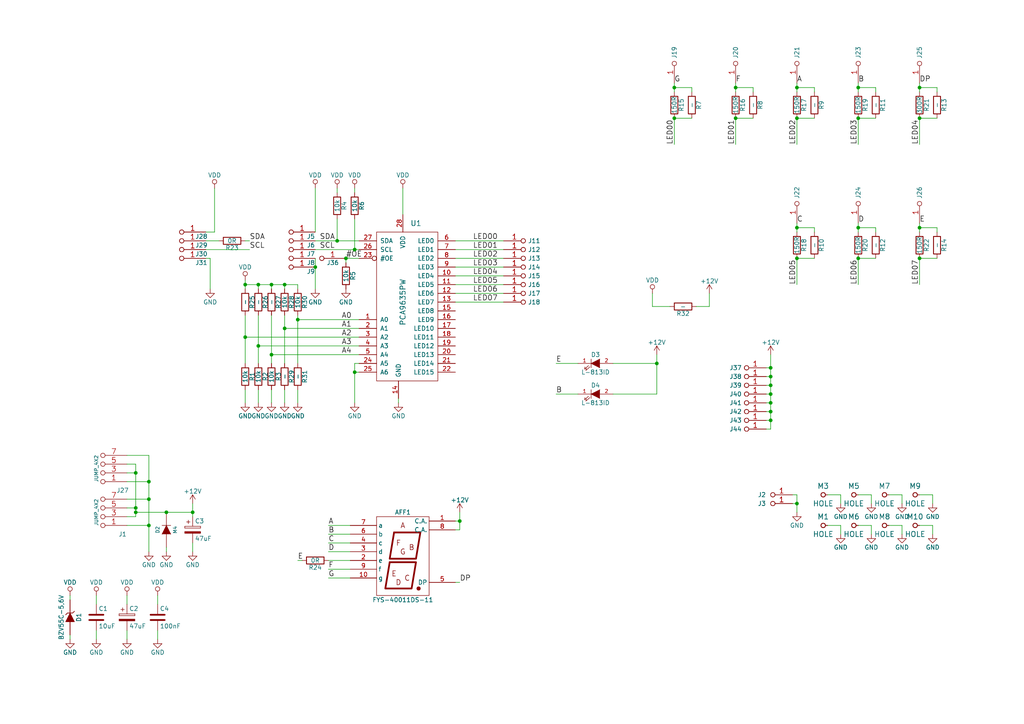
<source format=kicad_sch>
(kicad_sch (version 20230121) (generator eeschema)
  (paper "A4")
  (title_block (title "LED7SEG01A") (date "2023-09-17") (comment 1 "Seven segment LED display\\nsingle digit"))
  (lib_symbols
    (symbol "LED7SEG01-rescue:+12V" (power) (pin_names (offset 0))
      (property "Value" "+12V" (at 0 3.556 0))
      (symbol "+12V_1_1"
        (pin power_in line (at 0 0 90) (length 0) hide (name "+12V") (number "1"))
      )
    )
    (symbol "LED7SEG01-rescue:C" (pin_numbers hide) (pin_names (offset 0.254))
      (property "Reference" "C" (at 0.635 2.54 0))
      (property "Value" "C" (at 0.635 -2.54 0))
      (symbol "C_1_1"
        (pin passive line (at 0 3.81 270) (length 2.794) (name "~") (number "1"))
        (pin passive line (at 0 -3.81 90) (length 2.794) (name "~") (number "2"))
      )
    )
    (symbol "LED7SEG01-rescue:CONN1_1" (pin_names (offset 1.016) hide)
      (property "Reference" "J" (at 1.27 1.27 0))
      (symbol "CONN1_1_1_1"
        (pin passive inverted (at -7.62 1.27 0) (length 6.35) (name "P1") (number "1"))
      )
    )
    (symbol "LED7SEG01-rescue:CP" (pin_numbers hide) (pin_names (offset 0.254))
      (property "Reference" "C" (at 0.635 2.54 0))
      (property "Value" "CP" (at 0.635 -2.54 0))
      (symbol "CP_1_1"
        (pin passive line (at 0 3.81 270) (length 2.794) (name "~") (number "1"))
        (pin passive line (at 0 -3.81 90) (length 2.794) (name "~") (number "2"))
      )
    )
    (symbol "LED7SEG01-rescue:DIODE" (pin_numbers hide) (pin_names (offset 1.016) hide)
      (property "Reference" "D" (at 0 2.54 0))
      (property "Value" "DIODE" (at 0 -2.54 0))
      (symbol "DIODE_1_1"
        (pin passive line (at -5.08 0 0) (length 3.81) (name "A") (number "1"))
        (pin passive line (at 5.08 0 180) (length 3.81) (name "K") (number "2"))
      )
    )
    (symbol "LED7SEG01-rescue:D_ZENER" (pin_numbers hide) (pin_names (offset 1.016) hide)
      (property "Reference" "D" (at 0 2.54 0))
      (property "Value" "D_ZENER" (at 0 -2.54 0))
      (symbol "D_ZENER_1_1"
        (pin passive line (at 5.08 0 180) (length 3.81) (name "A") (number "1"))
        (pin passive line (at -5.08 0 0) (length 3.81) (name "K") (number "2"))
      )
    )
    (symbol "LED7SEG01-rescue:FYS-40011DS-11"
      (property "Reference" "AFF" (at 0 13.97 0))
      (property "Value" "FYS-40011DS-11" (at 0 -11.43 0))
      (symbol "FYS-40011DS-11_0_0"
        (text "A" (at 0 10.16 0) (effects (font (size 1.524 1.524))))
        (text "B" (at 2.54 3.81 0) (effects (font (size 1.524 1.524))))
        (text "C" (at 1.27 -5.08 0) (effects (font (size 1.524 1.524))))
        (text "D" (at -1.27 -6.35 0) (effects (font (size 1.524 1.524))))
        (text "E" (at -2.54 -3.81 0) (effects (font (size 1.524 1.524))))
        (text "F" (at -1.27 5.08 0) (effects (font (size 1.524 1.524))))
        (text "G" (at 0 2.54 0) (effects (font (size 1.524 1.524))))
      )
      (symbol "FYS-40011DS-11_1_1"
        (pin input line (at 15.24 11.43 180) (length 7.62) (name "C.A.") (number "1"))
        (pin input line (at -15.24 -5.08 0) (length 7.62) (name "g") (number "10"))
        (pin input line (at -15.24 0 0) (length 7.62) (name "e") (number "2"))
        (pin input line (at -15.24 2.54 0) (length 7.62) (name "d") (number "3"))
        (pin input line (at -15.24 5.08 0) (length 7.62) (name "c") (number "4"))
        (pin input line (at 15.24 -6.35 180) (length 7.62) (name "DP") (number "5"))
        (pin input line (at -15.24 7.62 0) (length 7.62) (name "b") (number "6"))
        (pin input line (at -15.24 10.16 0) (length 7.62) (name "a") (number "7"))
        (pin input line (at 15.24 8.89 180) (length 7.62) (name "C.A.") (number "8"))
        (pin input line (at -15.24 -2.54 0) (length 7.62) (name "f") (number "9"))
      )
    )
    (symbol "LED7SEG01-rescue:GND" (power) (pin_names (offset 0))
      (property "Value" "GND" (at 0 -3.81 0))
      (symbol "GND_1_1"
        (pin power_in line (at 0 0 270) (length 0) hide (name "GND") (number "1"))
      )
    )
    (symbol "LED7SEG01-rescue:HOLE" (pin_numbers hide) (pin_names (offset 1.016) hide)
      (property "Reference" "M" (at 0 2.54 0))
      (property "Value" "HOLE" (at 0 -2.54 0))
      (symbol "HOLE_1_1"
        (pin input line (at 1.27 0 180) (length 0.635) (name "~") (number "1"))
      )
    )
    (symbol "LED7SEG01-rescue:JUMP_2x1" (pin_names (offset 1.016) hide)
      (property "Reference" "J" (at -8.89 5.08 0))
      (symbol "JUMP_2x1_1_1"
        (pin passive inverted (at -10.16 3.81 0) (length 7.62) (name "1") (number "1"))
        (pin passive inverted (at -10.16 3.81 0) (length 7.62) hide (name "1") (number "2"))
      )
    )
    (symbol "LED7SEG01-rescue:JUMP_4X2" (pin_names (offset 1.016) hide)
      (property "Reference" "J" (at -8.89 6.35 0))
      (property "Value" "JUMP_4X2" (at -1.27 0 90))
      (symbol "JUMP_4X2_1_1"
        (pin passive inverted (at -10.16 3.81 0) (length 7.62) (name "2") (number "1"))
        (pin passive inverted (at -10.16 3.81 0) (length 7.62) hide (name "2") (number "2"))
        (pin passive inverted (at -10.16 1.27 0) (length 7.62) (name "4") (number "3"))
        (pin passive inverted (at -10.16 1.27 0) (length 7.62) hide (name "4") (number "4"))
        (pin passive inverted (at -10.16 -1.27 0) (length 7.62) (name "5") (number "5"))
        (pin passive inverted (at -10.16 -1.27 0) (length 7.62) hide (name "5") (number "6"))
        (pin passive inverted (at -10.16 -3.81 0) (length 7.62) (name "8") (number "7"))
        (pin passive inverted (at -10.16 -3.81 0) (length 7.62) hide (name "8") (number "8"))
      )
    )
    (symbol "LED7SEG01-rescue:LED" (pin_names (offset 1.016) hide)
      (property "Reference" "D" (at 0 2.54 0))
      (property "Value" "LED" (at 0 -2.54 0))
      (symbol "LED_1_1"
        (pin passive line (at -5.08 0 0) (length 3.81) (name "K") (number "1"))
        (pin passive line (at 5.08 0 180) (length 3.81) (name "A") (number "2"))
      )
    )
    (symbol "LED7SEG01-rescue:PCA9635PW" (pin_names (offset 1.016))
      (property "Reference" "U" (at 2.54 24.13 0))
      (property "Value" "PCA9635PW" (at -1.27 1.27 90))
      (symbol "PCA9635PW_1_1"
        (pin unspecified line (at -13.97 -3.81 0) (length 5.08) (name "A0") (number "1"))
        (pin unspecified line (at 13.97 8.89 180) (length 5.08) (name "LED4") (number "10"))
        (pin unspecified line (at 13.97 6.35 180) (length 5.08) (name "LED5") (number "11"))
        (pin unspecified line (at 13.97 3.81 180) (length 5.08) (name "LED6") (number "12"))
        (pin unspecified line (at 13.97 1.27 180) (length 5.08) (name "LED7") (number "13"))
        (pin unspecified line (at -2.54 -26.67 90) (length 5.08) (name "GND") (number "14"))
        (pin unspecified line (at 13.97 -1.27 180) (length 5.08) (name "LED8") (number "15"))
        (pin unspecified line (at 13.97 -3.81 180) (length 5.08) (name "LED9") (number "16"))
        (pin unspecified line (at 13.97 -6.35 180) (length 5.08) (name "LED10") (number "17"))
        (pin unspecified line (at 13.97 -8.89 180) (length 5.08) (name "LED11") (number "18"))
        (pin unspecified line (at 13.97 -11.43 180) (length 5.08) (name "LED12") (number "19"))
        (pin unspecified line (at -13.97 -6.35 0) (length 5.08) (name "A1") (number "2"))
        (pin unspecified line (at 13.97 -13.97 180) (length 5.08) (name "LED13") (number "20"))
        (pin unspecified line (at 13.97 -16.51 180) (length 5.08) (name "LED14") (number "21"))
        (pin unspecified line (at 13.97 -19.05 180) (length 5.08) (name "LED15") (number "22"))
        (pin unspecified inverted (at -13.97 13.97 0) (length 5.08) (name "#OE") (number "23"))
        (pin unspecified line (at -13.97 -16.51 0) (length 5.08) (name "A5") (number "24"))
        (pin unspecified line (at -13.97 -19.05 0) (length 5.08) (name "A6") (number "25"))
        (pin unspecified line (at -13.97 16.51 0) (length 5.08) (name "SCL") (number "26"))
        (pin unspecified line (at -13.97 19.05 0) (length 5.08) (name "SDA") (number "27"))
        (pin unspecified line (at -1.27 26.67 270) (length 5.08) (name "VDD") (number "28"))
        (pin unspecified line (at -13.97 -8.89 0) (length 5.08) (name "A2") (number "3"))
        (pin unspecified line (at -13.97 -11.43 0) (length 5.08) (name "A3") (number "4"))
        (pin unspecified line (at -13.97 -13.97 0) (length 5.08) (name "A4") (number "5"))
        (pin unspecified line (at 13.97 19.05 180) (length 5.08) (name "LED0") (number "6"))
        (pin unspecified line (at 13.97 16.51 180) (length 5.08) (name "LED1") (number "7"))
        (pin unspecified line (at 13.97 13.97 180) (length 5.08) (name "LED2") (number "8"))
        (pin unspecified line (at 13.97 11.43 180) (length 5.08) (name "LED3") (number "9"))
      )
    )
    (symbol "LED7SEG01-rescue:R" (pin_numbers hide) (pin_names (offset 0))
      (property "Reference" "R" (at 2.032 0 90))
      (property "Value" "R" (at 0 0 90))
      (symbol "R_1_1"
        (pin passive line (at 0 3.81 270) (length 1.27) (name "~") (number "1"))
        (pin passive line (at 0 -3.81 90) (length 1.27) (name "~") (number "2"))
      )
    )
    (symbol "LED7SEG01-rescue:VDD" (power) (pin_names (offset 0))
      (property "Value" "VDD" (at 0 3.81 0))
      (symbol "VDD_1_1"
        (pin power_in line (at 0 0 90) (length 0) hide (name "VDD") (number "1"))
      )
    )
  )
  (junction (at 266.7 74.93))
  (junction (at 55.88 148.59))
  (junction (at 71.12 97.79))
  (junction (at 213.36 34.29))
  (junction (at 43.18 139.7))
  (junction (at 39.37 147.32))
  (junction (at 78.74 82.55))
  (junction (at 82.55 82.55))
  (junction (at 223.52 116.84))
  (junction (at 39.37 137.16))
  (junction (at 133.35 151.13))
  (junction (at 195.58 25.4))
  (junction (at 266.7 66.04))
  (junction (at 248.92 74.93))
  (junction (at 248.92 66.04))
  (junction (at 231.14 34.29))
  (junction (at 266.7 34.29))
  (junction (at 102.87 107.95))
  (junction (at 248.92 25.4))
  (junction (at 213.36 25.4))
  (junction (at 48.26 148.59))
  (junction (at 43.18 152.4))
  (junction (at 102.87 72.39))
  (junction (at 74.93 82.55))
  (junction (at 97.79 69.85))
  (junction (at 190.5 105.41))
  (junction (at 78.74 102.87))
  (junction (at 223.52 109.22))
  (junction (at 223.52 106.68))
  (junction (at 223.52 111.76))
  (junction (at 71.12 82.55))
  (junction (at 39.37 148.59))
  (junction (at 223.52 114.3))
  (junction (at 231.14 66.04))
  (junction (at 195.58 34.29))
  (junction (at 91.44 77.47))
  (junction (at 248.92 34.29))
  (junction (at 223.52 119.38))
  (junction (at 43.18 144.78))
  (junction (at 86.36 92.71))
  (junction (at 223.52 121.92))
  (junction (at 100.33 74.93))
  (junction (at 74.93 100.33))
  (junction (at 82.55 95.25))
  (junction (at 231.14 146.05))
  (junction (at 231.14 74.93))
  (junction (at 231.14 25.4))
  (junction (at 266.7 25.4))
  (wire (pts (xy 74.93 82.55) (xy 78.74 82.55)))
  (wire (pts (xy 86.36 82.55) (xy 86.36 83.82)))
  (wire (pts (xy 45.72 185.42) (xy 45.72 182.88)))
  (wire (pts (xy 257.81 143.51) (xy 261.62 143.51)))
  (wire (pts (xy 229.87 146.05) (xy 231.14 146.05)))
  (wire (pts (xy 115.57 116.84) (xy 115.57 115.57)))
  (wire (pts (xy 266.7 67.31) (xy 266.7 66.04)))
  (wire (pts (xy 189.23 88.9) (xy 194.31 88.9)))
  (wire (pts (xy 59.69 67.31) (xy 62.23 67.31)))
  (wire (pts (xy 231.14 26.67) (xy 231.14 25.4)))
  (wire (pts (xy 104.14 107.95) (xy 102.87 107.95)))
  (wire (pts (xy 97.79 63.5) (xy 97.79 69.85)))
  (wire (pts (xy 248.92 25.4) (xy 254 25.4)))
  (wire (pts (xy 39.37 149.86) (xy 36.83 149.86)))
  (wire (pts (xy 248.92 74.93) (xy 254 74.93)))
  (wire (pts (xy 91.44 72.39) (xy 102.87 72.39)))
  (wire (pts (xy 222.25 121.92) (xy 223.52 121.92)))
  (wire (pts (xy 97.79 55.88) (xy 97.79 54.61)))
  (wire (pts (xy 74.93 91.44) (xy 74.93 100.33)))
  (wire (pts (xy 270.51 143.51) (xy 270.51 146.05)))
  (wire (pts (xy 82.55 95.25) (xy 82.55 105.41)))
  (wire (pts (xy 71.12 91.44) (xy 71.12 97.79)))
  (wire (pts (xy 248.92 66.04) (xy 248.92 64.77)))
  (wire (pts (xy 132.08 168.91) (xy 133.35 168.91)))
  (wire (pts (xy 104.14 92.71) (xy 86.36 92.71)))
  (wire (pts (xy 248.92 66.04) (xy 254 66.04)))
  (wire (pts (xy 177.8 114.3) (xy 190.5 114.3)))
  (wire (pts (xy 87.63 162.56) (xy 86.36 162.56)))
  (wire (pts (xy 195.58 34.29) (xy 200.66 34.29)))
  (wire (pts (xy 223.52 114.3) (xy 223.52 111.76)))
  (wire (pts (xy 36.83 185.42) (xy 36.83 182.88)))
  (wire (pts (xy 213.36 25.4) (xy 213.36 24.13)))
  (wire (pts (xy 95.25 160.02) (xy 101.6 160.02)))
  (wire (pts (xy 95.25 167.64) (xy 101.6 167.64)))
  (wire (pts (xy 95.25 165.1) (xy 101.6 165.1)))
  (wire (pts (xy 261.62 152.4) (xy 261.62 154.94)))
  (wire (pts (xy 132.08 82.55) (xy 146.05 82.55)))
  (wire (pts (xy 43.18 144.78) (xy 43.18 152.4)))
  (wire (pts (xy 59.69 74.93) (xy 60.96 74.93)))
  (wire (pts (xy 177.8 105.41) (xy 190.5 105.41)))
  (wire (pts (xy 74.93 100.33) (xy 74.93 105.41)))
  (wire (pts (xy 266.7 152.4) (xy 270.51 152.4)))
  (wire (pts (xy 190.5 114.3) (xy 190.5 105.41)))
  (wire (pts (xy 201.93 88.9) (xy 205.74 88.9)))
  (wire (pts (xy 231.14 146.05) (xy 231.14 148.59)))
  (wire (pts (xy 248.92 74.93) (xy 248.92 82.55)))
  (wire (pts (xy 78.74 102.87) (xy 104.14 102.87)))
  (wire (pts (xy 222.25 119.38) (xy 223.52 119.38)))
  (wire (pts (xy 132.08 85.09) (xy 146.05 85.09)))
  (wire (pts (xy 132.08 77.47) (xy 146.05 77.47)))
  (wire (pts (xy 243.84 143.51) (xy 243.84 146.05)))
  (wire (pts (xy 55.88 148.59) (xy 55.88 149.86)))
  (wire (pts (xy 43.18 139.7) (xy 43.18 144.78)))
  (wire (pts (xy 86.36 92.71) (xy 86.36 105.41)))
  (wire (pts (xy 266.7 74.93) (xy 266.7 82.55)))
  (wire (pts (xy 39.37 147.32) (xy 39.37 148.59)))
  (wire (pts (xy 222.25 114.3) (xy 223.52 114.3)))
  (wire (pts (xy 231.14 66.04) (xy 236.22 66.04)))
  (wire (pts (xy 95.25 154.94) (xy 101.6 154.94)))
  (wire (pts (xy 71.12 69.85) (xy 72.39 69.85)))
  (wire (pts (xy 86.36 91.44) (xy 86.36 92.71)))
  (wire (pts (xy 222.25 111.76) (xy 223.52 111.76)))
  (wire (pts (xy 36.83 152.4) (xy 43.18 152.4)))
  (wire (pts (xy 205.74 88.9) (xy 205.74 85.09)))
  (wire (pts (xy 36.83 175.26) (xy 36.83 172.72)))
  (wire (pts (xy 36.83 144.78) (xy 43.18 144.78)))
  (wire (pts (xy 248.92 26.67) (xy 248.92 25.4)))
  (wire (pts (xy 231.14 74.93) (xy 236.22 74.93)))
  (wire (pts (xy 243.84 152.4) (xy 243.84 154.94)))
  (wire (pts (xy 213.36 34.29) (xy 218.44 34.29)))
  (wire (pts (xy 266.7 34.29) (xy 271.78 34.29)))
  (wire (pts (xy 95.25 162.56) (xy 101.6 162.56)))
  (wire (pts (xy 132.08 80.01) (xy 146.05 80.01)))
  (wire (pts (xy 102.87 105.41) (xy 102.87 107.95)))
  (wire (pts (xy 248.92 34.29) (xy 248.92 41.91)))
  (wire (pts (xy 82.55 116.84) (xy 82.55 113.03)))
  (wire (pts (xy 45.72 175.26) (xy 45.72 172.72)))
  (wire (pts (xy 223.52 124.46) (xy 223.52 121.92)))
  (wire (pts (xy 74.93 83.82) (xy 74.93 82.55)))
  (wire (pts (xy 213.36 25.4) (xy 218.44 25.4)))
  (wire (pts (xy 248.92 25.4) (xy 248.92 24.13)))
  (wire (pts (xy 91.44 67.31) (xy 91.44 54.61)))
  (wire (pts (xy 222.25 106.68) (xy 223.52 106.68)))
  (wire (pts (xy 195.58 25.4) (xy 195.58 24.13)))
  (wire (pts (xy 231.14 34.29) (xy 231.14 41.91)))
  (wire (pts (xy 231.14 34.29) (xy 236.22 34.29)))
  (wire (pts (xy 78.74 91.44) (xy 78.74 102.87)))
  (wire (pts (xy 27.94 175.26) (xy 27.94 172.72)))
  (wire (pts (xy 71.12 97.79) (xy 71.12 105.41)))
  (wire (pts (xy 39.37 148.59) (xy 39.37 149.86)))
  (wire (pts (xy 20.32 173.99) (xy 20.32 172.72)))
  (wire (pts (xy 78.74 116.84) (xy 78.74 113.03)))
  (wire (pts (xy 195.58 25.4) (xy 200.66 25.4)))
  (wire (pts (xy 55.88 157.48) (xy 55.88 160.02)))
  (wire (pts (xy 252.73 152.4) (xy 252.73 154.94)))
  (wire (pts (xy 86.36 116.84) (xy 86.36 113.03)))
  (wire (pts (xy 167.64 114.3) (xy 161.29 114.3)))
  (wire (pts (xy 271.78 25.4) (xy 271.78 26.67)))
  (wire (pts (xy 36.83 147.32) (xy 39.37 147.32)))
  (wire (pts (xy 231.14 25.4) (xy 231.14 24.13)))
  (wire (pts (xy 213.36 34.29) (xy 213.36 41.91)))
  (wire (pts (xy 132.08 151.13) (xy 133.35 151.13)))
  (wire (pts (xy 189.23 88.9) (xy 189.23 85.09)))
  (wire (pts (xy 231.14 143.51) (xy 231.14 146.05)))
  (wire (pts (xy 231.14 25.4) (xy 236.22 25.4)))
  (wire (pts (xy 39.37 134.62) (xy 39.37 137.16)))
  (wire (pts (xy 97.79 69.85) (xy 104.14 69.85)))
  (wire (pts (xy 223.52 119.38) (xy 223.52 116.84)))
  (wire (pts (xy 91.44 77.47) (xy 91.44 83.82)))
  (wire (pts (xy 229.87 143.51) (xy 231.14 143.51)))
  (wire (pts (xy 223.52 116.84) (xy 223.52 114.3)))
  (wire (pts (xy 133.35 153.67) (xy 132.08 153.67)))
  (wire (pts (xy 266.7 74.93) (xy 271.78 74.93)))
  (wire (pts (xy 266.7 25.4) (xy 266.7 24.13)))
  (wire (pts (xy 271.78 66.04) (xy 271.78 67.31)))
  (wire (pts (xy 59.69 72.39) (xy 72.39 72.39)))
  (wire (pts (xy 71.12 82.55) (xy 71.12 83.82)))
  (wire (pts (xy 266.7 25.4) (xy 271.78 25.4)))
  (wire (pts (xy 74.93 116.84) (xy 74.93 113.03)))
  (wire (pts (xy 195.58 26.67) (xy 195.58 25.4)))
  (wire (pts (xy 266.7 34.29) (xy 266.7 41.91)))
  (wire (pts (xy 55.88 146.05) (xy 55.88 148.59)))
  (wire (pts (xy 39.37 137.16) (xy 39.37 147.32)))
  (wire (pts (xy 43.18 152.4) (xy 43.18 160.02)))
  (wire (pts (xy 91.44 69.85) (xy 97.79 69.85)))
  (wire (pts (xy 95.25 152.4) (xy 101.6 152.4)))
  (wire (pts (xy 132.08 69.85) (xy 146.05 69.85)))
  (wire (pts (xy 48.26 158.75) (xy 48.26 160.02)))
  (wire (pts (xy 78.74 83.82) (xy 78.74 82.55)))
  (wire (pts (xy 261.62 143.51) (xy 261.62 146.05)))
  (wire (pts (xy 48.26 148.59) (xy 55.88 148.59)))
  (wire (pts (xy 254 25.4) (xy 254 26.67)))
  (wire (pts (xy 236.22 66.04) (xy 236.22 67.31)))
  (wire (pts (xy 132.08 72.39) (xy 146.05 72.39)))
  (wire (pts (xy 102.87 72.39) (xy 104.14 72.39)))
  (wire (pts (xy 95.25 157.48) (xy 101.6 157.48)))
  (wire (pts (xy 222.25 109.22) (xy 223.52 109.22)))
  (wire (pts (xy 43.18 132.08) (xy 43.18 139.7)))
  (wire (pts (xy 36.83 139.7) (xy 43.18 139.7)))
  (wire (pts (xy 102.87 107.95) (xy 102.87 116.84)))
  (wire (pts (xy 240.03 152.4) (xy 243.84 152.4)))
  (wire (pts (xy 104.14 105.41) (xy 102.87 105.41)))
  (wire (pts (xy 167.64 105.41) (xy 161.29 105.41)))
  (wire (pts (xy 27.94 185.42) (xy 27.94 182.88)))
  (wire (pts (xy 195.58 34.29) (xy 195.58 41.91)))
  (wire (pts (xy 78.74 102.87) (xy 78.74 105.41)))
  (wire (pts (xy 62.23 67.31) (xy 62.23 54.61)))
  (wire (pts (xy 266.7 66.04) (xy 266.7 64.77)))
  (wire (pts (xy 248.92 143.51) (xy 252.73 143.51)))
  (wire (pts (xy 223.52 106.68) (xy 223.52 102.87)))
  (wire (pts (xy 78.74 82.55) (xy 82.55 82.55)))
  (wire (pts (xy 257.81 152.4) (xy 261.62 152.4)))
  (wire (pts (xy 116.84 54.61) (xy 116.84 62.23)))
  (wire (pts (xy 248.92 152.4) (xy 252.73 152.4)))
  (wire (pts (xy 200.66 25.4) (xy 200.66 26.67)))
  (wire (pts (xy 248.92 67.31) (xy 248.92 66.04)))
  (wire (pts (xy 91.44 74.93) (xy 91.44 77.47)))
  (wire (pts (xy 231.14 74.93) (xy 231.14 82.55)))
  (wire (pts (xy 190.5 105.41) (xy 190.5 102.87)))
  (wire (pts (xy 20.32 185.42) (xy 20.32 184.15)))
  (wire (pts (xy 100.33 74.93) (xy 104.14 74.93)))
  (wire (pts (xy 223.52 121.92) (xy 223.52 119.38)))
  (wire (pts (xy 36.83 137.16) (xy 39.37 137.16)))
  (wire (pts (xy 133.35 151.13) (xy 133.35 153.67)))
  (wire (pts (xy 82.55 82.55) (xy 86.36 82.55)))
  (wire (pts (xy 218.44 25.4) (xy 218.44 26.67)))
  (wire (pts (xy 104.14 97.79) (xy 71.12 97.79)))
  (wire (pts (xy 223.52 109.22) (xy 223.52 106.68)))
  (wire (pts (xy 100.33 76.2) (xy 100.33 74.93)))
  (wire (pts (xy 222.25 116.84) (xy 223.52 116.84)))
  (wire (pts (xy 71.12 81.28) (xy 71.12 82.55)))
  (wire (pts (xy 71.12 82.55) (xy 74.93 82.55)))
  (wire (pts (xy 133.35 148.59) (xy 133.35 151.13)))
  (wire (pts (xy 223.52 111.76) (xy 223.52 109.22)))
  (wire (pts (xy 248.92 34.29) (xy 254 34.29)))
  (wire (pts (xy 82.55 91.44) (xy 82.55 95.25)))
  (wire (pts (xy 231.14 67.31) (xy 231.14 66.04)))
  (wire (pts (xy 102.87 63.5) (xy 102.87 72.39)))
  (wire (pts (xy 71.12 116.84) (xy 71.12 113.03)))
  (wire (pts (xy 213.36 26.67) (xy 213.36 25.4)))
  (wire (pts (xy 39.37 148.59) (xy 48.26 148.59)))
  (wire (pts (xy 254 66.04) (xy 254 67.31)))
  (wire (pts (xy 231.14 66.04) (xy 231.14 64.77)))
  (wire (pts (xy 236.22 25.4) (xy 236.22 26.67)))
  (wire (pts (xy 74.93 100.33) (xy 104.14 100.33)))
  (wire (pts (xy 82.55 83.82) (xy 82.55 82.55)))
  (wire (pts (xy 266.7 26.67) (xy 266.7 25.4)))
  (wire (pts (xy 102.87 55.88) (xy 102.87 54.61)))
  (wire (pts (xy 252.73 143.51) (xy 252.73 146.05)))
  (wire (pts (xy 266.7 143.51) (xy 270.51 143.51)))
  (wire (pts (xy 36.83 134.62) (xy 39.37 134.62)))
  (wire (pts (xy 36.83 132.08) (xy 43.18 132.08)))
  (wire (pts (xy 222.25 124.46) (xy 223.52 124.46)))
  (wire (pts (xy 132.08 74.93) (xy 146.05 74.93)))
  (wire (pts (xy 270.51 152.4) (xy 270.51 154.94)))
  (wire (pts (xy 104.14 95.25) (xy 82.55 95.25)))
  (wire (pts (xy 240.03 143.51) (xy 243.84 143.51)))
  (wire (pts (xy 60.96 74.93) (xy 60.96 83.82)))
  (wire (pts (xy 132.08 87.63) (xy 146.05 87.63)))
  (wire (pts (xy 59.69 69.85) (xy 63.5 69.85)))
  (wire (pts (xy 266.7 66.04) (xy 271.78 66.04)))
  (label "A1" (at 99.06 95.25 0) (effects (font (size 1.524 1.524))))
  (label "LED02" (at 231.14 41.91 90) (effects (font (size 1.524 1.524))))
  (label "E" (at 86.36 162.56 0) (effects (font (size 1.524 1.524))))
  (label "G" (at 195.58 24.13 0) (effects (font (size 1.524 1.524))))
  (label "A0" (at 99.06 92.71 0) (effects (font (size 1.524 1.524))))
  (label "SDA" (at 92.71 69.85 0) (effects (font (size 1.524 1.524))))
  (label "A2" (at 99.06 97.79 0) (effects (font (size 1.524 1.524))))
  (label "A4" (at 99.06 102.87 0) (effects (font (size 1.524 1.524))))
  (label "B" (at 161.29 114.3 0) (effects (font (size 1.524 1.524))))
  (label "F" (at 213.36 24.13 0) (effects (font (size 1.524 1.524))))
  (label "F" (at 95.25 165.1 0) (effects (font (size 1.524 1.524))))
  (label "SDA" (at 72.39 69.85 0) (effects (font (size 1.524 1.524))))
  (label "LED04" (at 266.7 41.91 90) (effects (font (size 1.524 1.524))))
  (label "E" (at 161.29 105.41 0) (effects (font (size 1.524 1.524))))
  (label "B" (at 95.25 154.94 0) (effects (font (size 1.524 1.524))))
  (label "B" (at 248.92 24.13 0) (effects (font (size 1.524 1.524))))
  (label "LED06" (at 137.16 85.09 0) (effects (font (size 1.524 1.524))))
  (label "LED04" (at 137.16 80.01 0) (effects (font (size 1.524 1.524))))
  (label "A3" (at 99.06 100.33 0) (effects (font (size 1.524 1.524))))
  (label "C" (at 95.25 157.48 0) (effects (font (size 1.524 1.524))))
  (label "A" (at 95.25 152.4 0) (effects (font (size 1.524 1.524))))
  (label "LED07" (at 137.16 87.63 0) (effects (font (size 1.524 1.524))))
  (label "LED05" (at 231.14 82.55 90) (effects (font (size 1.524 1.524))))
  (label "LED01" (at 137.16 72.39 0) (effects (font (size 1.524 1.524))))
  (label "LED02" (at 137.16 74.93 0) (effects (font (size 1.524 1.524))))
  (label "LED07" (at 266.7 82.55 90) (effects (font (size 1.524 1.524))))
  (label "E" (at 266.7 64.77 0) (effects (font (size 1.524 1.524))))
  (label "LED00" (at 137.16 69.85 0) (effects (font (size 1.524 1.524))))
  (label "G" (at 95.25 167.64 0) (effects (font (size 1.524 1.524))))
  (label "LED05" (at 137.16 82.55 0) (effects (font (size 1.524 1.524))))
  (label "LED00" (at 195.58 41.91 90) (effects (font (size 1.524 1.524))))
  (label "LED01" (at 213.36 41.91 90) (effects (font (size 1.524 1.524))))
  (label "C" (at 231.14 64.77 0) (effects (font (size 1.524 1.524))))
  (label "SCL" (at 72.39 72.39 0) (effects (font (size 1.524 1.524))))
  (label "LED06" (at 248.92 82.55 90) (effects (font (size 1.524 1.524))))
  (label "D" (at 95.25 160.02 0) (effects (font (size 1.524 1.524))))
  (label "#OE" (at 100.33 74.93 0) (effects (font (size 1.524 1.524))))
  (label "LED03" (at 137.16 77.47 0) (effects (font (size 1.524 1.524))))
  (label "SCL" (at 92.71 72.39 0) (effects (font (size 1.524 1.524))))
  (label "D" (at 248.92 64.77 0) (effects (font (size 1.524 1.524))))
  (label "DP" (at 133.35 168.91 0) (effects (font (size 1.524 1.524))))
  (label "DP" (at 266.7 24.13 0) (effects (font (size 1.524 1.524))))
  (label "LED03" (at 248.92 41.91 90) (effects (font (size 1.524 1.524))))
  (label "A" (at 231.14 24.13 0) (effects (font (size 1.524 1.524))))
  (symbol (lib_id "LED7SEG01-rescue:R") (at 97.79 59.69 0) (unit 1)
    (property "Reference" "R4" (at 99.822 59.69 90))
    (property "Value" "10k" (at 97.79 59.69 90))
    (property "Footprint" "Mlab_R:SMD-0805" (effects hide))
  )
  (symbol (lib_id "LED7SEG01-rescue:R") (at 102.87 59.69 0) (unit 1)
    (property "Reference" "R6" (at 104.902 59.69 90))
    (property "Value" "10k" (at 102.87 59.69 90))
    (property "Footprint" "Mlab_R:SMD-0805" (effects hide))
  )
  (symbol (lib_id "LED7SEG01-rescue:R") (at 100.33 80.01 0) (unit 1)
    (property "Reference" "R5" (at 102.362 80.01 90))
    (property "Value" "10k" (at 100.33 80.01 90))
    (property "Footprint" "Mlab_R:SMD-0805" (effects hide))
  )
  (symbol (lib_id "LED7SEG01-rescue:C") (at 45.72 179.07 0) (unit 1)
    (property "Reference" "C4" (at 46.355 176.53 0) (effects (justify left)))
    (property "Value" "100nF" (at 46.355 181.61 0) (effects (justify left)))
    (property "Footprint" "Mlab_R:SMD-0805" (effects hide))
  )
  (symbol (lib_id "LED7SEG01-rescue:C") (at 27.94 179.07 0) (unit 1)
    (property "Reference" "C1" (at 28.575 176.53 0) (effects (justify left)))
    (property "Value" "10uF" (at 28.575 181.61 0) (effects (justify left)))
    (property "Footprint" "Mlab_R:SMD-0805" (effects hide))
  )
  (symbol (lib_id "LED7SEG01-rescue:CP") (at 36.83 179.07 0) (unit 1)
    (property "Reference" "C2" (at 37.465 176.53 0) (effects (justify left)))
    (property "Value" "47uF" (at 37.465 181.61 0) (effects (justify left)))
    (property "Footprint" "Mlab_C:TantalC_SizeC_Reflow" (effects hide))
  )
  (symbol (lib_id "LED7SEG01-rescue:PCA9635PW") (at 118.11 88.9 0) (unit 1)
    (property "Reference" "U1" (at 120.65 64.77 0) (effects (font (size 1.524 1.524))))
    (property "Value" "PCA9635PW" (at 116.84 87.63 90) (effects (font (size 1.524 1.524))))
    (property "Footprint" "Mlab_IO:TSSOP28" (effects hide))
  )
  (symbol (lib_id "LED7SEG01-rescue:FYS-40011DS-11") (at 116.84 162.56 0) (unit 1)
    (property "Reference" "AFF1" (at 116.84 148.59 0))
    (property "Value" "FYS-40011DS-11" (at 116.84 173.99 0))
    (property "Footprint" "Mlab_DISPLAY:FYS-40011DS-11" (effects hide))
  )
  (symbol (lib_id "LED7SEG01-rescue:JUMP_2x1") (at 81.28 66.04 180) (unit 1)
    (property "Reference" "J6" (at 90.17 71.12 0))
    (property "Value" "JUMP_2x1" (effects hide))
    (property "Footprint" "Mlab_Pin_Headers:Straight_2x01" (effects hide))
  )
  (symbol (lib_id "LED7SEG01-rescue:JUMP_2x1") (at 81.28 68.58 180) (unit 1)
    (property "Reference" "J7" (at 90.17 73.66 0))
    (property "Value" "JUMP_2x1" (effects hide))
    (property "Footprint" "Mlab_Pin_Headers:Straight_2x01" (effects hide))
  )
  (symbol (lib_id "LED7SEG01-rescue:JUMP_2x1") (at 81.28 63.5 180) (unit 1)
    (property "Reference" "J5" (at 90.17 68.58 0))
    (property "Value" "JUMP_2x1" (effects hide))
    (property "Footprint" "Mlab_Pin_Headers:Straight_2x01" (effects hide))
  )
  (symbol (lib_id "LED7SEG01-rescue:JUMP_2x1") (at 81.28 71.12 180) (unit 1)
    (property "Reference" "J8" (at 90.17 76.2 0))
    (property "Value" "JUMP_2x1" (effects hide))
    (property "Footprint" "Mlab_Pin_Headers:Straight_2x01" (effects hide))
  )
  (symbol (lib_id "LED7SEG01-rescue:GND") (at 115.57 116.84 0) (unit 1)
    (property "Reference" "#PWR01" (effects hide))
    (property "Value" "GND" (at 115.57 120.65 0))
  )
  (symbol (lib_id "LED7SEG01-rescue:VDD") (at 97.79 54.61 0) (unit 1)
    (property "Reference" "#PWR02" (effects hide))
    (property "Value" "VDD" (at 97.79 50.8 0))
  )
  (symbol (lib_id "LED7SEG01-rescue:VDD") (at 102.87 54.61 0) (unit 1)
    (property "Reference" "#PWR03" (effects hide))
    (property "Value" "VDD" (at 102.87 50.8 0))
  )
  (symbol (lib_id "LED7SEG01-rescue:VDD") (at 91.44 54.61 0) (unit 1)
    (property "Reference" "#PWR04" (effects hide))
    (property "Value" "VDD" (at 91.44 50.8 0))
  )
  (symbol (lib_id "LED7SEG01-rescue:VDD") (at 116.84 54.61 0) (unit 1)
    (property "Reference" "#PWR05" (effects hide))
    (property "Value" "VDD" (at 116.84 50.8 0))
  )
  (symbol (lib_id "LED7SEG01-rescue:GND") (at 91.44 83.82 0) (unit 1)
    (property "Reference" "#PWR06" (effects hide))
    (property "Value" "GND" (at 91.44 87.63 0))
  )
  (symbol (lib_id "LED7SEG01-rescue:GND") (at 100.33 83.82 0) (unit 1)
    (property "Reference" "#PWR07" (effects hide))
    (property "Value" "GND" (at 100.33 87.63 0))
  )
  (symbol (lib_id "LED7SEG01-rescue:JUMP_2x1") (at 81.28 73.66 180) (unit 1)
    (property "Reference" "J9" (at 90.17 78.74 0))
    (property "Value" "JUMP_2x1" (effects hide))
    (property "Footprint" "Mlab_Pin_Headers:Straight_2x01" (effects hide))
  )
  (symbol (lib_id "LED7SEG01-rescue:GND") (at 102.87 116.84 0) (unit 1)
    (property "Reference" "#PWR08" (effects hide))
    (property "Value" "GND" (at 102.87 120.65 0))
  )
  (symbol (lib_id "LED7SEG01-rescue:VDD") (at 71.12 81.28 0) (unit 1)
    (property "Reference" "#PWR09" (effects hide))
    (property "Value" "VDD" (at 71.12 77.47 0))
  )
  (symbol (lib_id "LED7SEG01-rescue:R") (at 71.12 109.22 0) (unit 1)
    (property "Reference" "R1" (at 73.152 109.22 90))
    (property "Value" "10k" (at 71.12 109.22 90))
    (property "Footprint" "Mlab_R:SMD-0805" (effects hide))
  )
  (symbol (lib_id "LED7SEG01-rescue:R") (at 195.58 30.48 0) (unit 1)
    (property "Reference" "R15" (at 197.612 30.48 90))
    (property "Value" "150R" (at 195.58 30.48 90))
    (property "Footprint" "Mlab_R:SMD-1206" (effects hide))
  )
  (symbol (lib_id "LED7SEG01-rescue:R") (at 74.93 109.22 0) (unit 1)
    (property "Reference" "R2" (at 76.962 109.22 90))
    (property "Value" "10k" (at 74.93 109.22 90))
    (property "Footprint" "Mlab_R:SMD-0805" (effects hide))
  )
  (symbol (lib_id "LED7SEG01-rescue:R") (at 78.74 109.22 0) (unit 1)
    (property "Reference" "R3" (at 80.772 109.22 90))
    (property "Value" "10k" (at 78.74 109.22 90))
    (property "Footprint" "Mlab_R:SMD-0805" (effects hide))
  )
  (symbol (lib_id "LED7SEG01-rescue:GND") (at 71.12 116.84 0) (unit 1)
    (property "Reference" "#PWR010" (effects hide))
    (property "Value" "GND" (at 71.12 120.65 0))
  )
  (symbol (lib_id "LED7SEG01-rescue:GND") (at 74.93 116.84 0) (unit 1)
    (property "Reference" "#PWR011" (effects hide))
    (property "Value" "GND" (at 74.93 120.65 0))
  )
  (symbol (lib_id "LED7SEG01-rescue:GND") (at 78.74 116.84 0) (unit 1)
    (property "Reference" "#PWR012" (effects hide))
    (property "Value" "GND" (at 78.74 120.65 0))
  )
  (symbol (lib_id "LED7SEG01-rescue:R") (at 213.36 30.48 0) (unit 1)
    (property "Reference" "R16" (at 215.392 30.48 90))
    (property "Value" "150R" (at 213.36 30.48 90))
    (property "Footprint" "Mlab_R:SMD-1206" (effects hide))
  )
  (symbol (lib_id "LED7SEG01-rescue:R") (at 231.14 30.48 0) (unit 1)
    (property "Reference" "R17" (at 233.172 30.48 90))
    (property "Value" "150R" (at 231.14 30.48 90))
    (property "Footprint" "Mlab_R:SMD-1206" (effects hide))
  )
  (symbol (lib_id "LED7SEG01-rescue:R") (at 248.92 30.48 0) (unit 1)
    (property "Reference" "R19" (at 250.952 30.48 90))
    (property "Value" "150R" (at 248.92 30.48 90))
    (property "Footprint" "Mlab_R:SMD-1206" (effects hide))
  )
  (symbol (lib_id "LED7SEG01-rescue:R") (at 266.7 30.48 0) (unit 1)
    (property "Reference" "R21" (at 268.732 30.48 90))
    (property "Value" "300R" (at 266.7 30.48 90))
    (property "Footprint" "Mlab_R:SMD-1206" (effects hide))
  )
  (symbol (lib_id "LED7SEG01-rescue:R") (at 231.14 71.12 0) (unit 1)
    (property "Reference" "R18" (at 233.172 71.12 90))
    (property "Value" "150R" (at 231.14 71.12 90))
    (property "Footprint" "Mlab_R:SMD-1206" (effects hide))
  )
  (symbol (lib_id "LED7SEG01-rescue:R") (at 248.92 71.12 0) (unit 1)
    (property "Reference" "R20" (at 250.952 71.12 90))
    (property "Value" "150R" (at 248.92 71.12 90))
    (property "Footprint" "Mlab_R:SMD-1206" (effects hide))
  )
  (symbol (lib_id "LED7SEG01-rescue:CONN1_1") (at 153.67 71.12 0) (unit 1)
    (property "Reference" "J11" (at 154.94 69.85 0))
    (property "Value" "CONN1_1" (effects hide))
    (property "Footprint" "Mlab_Pin_Headers:Straight_1x01" (effects hide))
  )
  (symbol (lib_id "LED7SEG01-rescue:CONN1_1") (at 153.67 73.66 0) (unit 1)
    (property "Reference" "J12" (at 154.94 72.39 0))
    (property "Value" "CONN1_1" (effects hide))
    (property "Footprint" "Mlab_Pin_Headers:Straight_1x01" (effects hide))
  )
  (symbol (lib_id "LED7SEG01-rescue:CONN1_1") (at 153.67 76.2 0) (unit 1)
    (property "Reference" "J13" (at 154.94 74.93 0))
    (property "Value" "CONN1_1" (effects hide))
    (property "Footprint" "Mlab_Pin_Headers:Straight_1x01" (effects hide))
  )
  (symbol (lib_id "LED7SEG01-rescue:CONN1_1") (at 153.67 78.74 0) (unit 1)
    (property "Reference" "J14" (at 154.94 77.47 0))
    (property "Value" "CONN1_1" (effects hide))
    (property "Footprint" "Mlab_Pin_Headers:Straight_1x01" (effects hide))
  )
  (symbol (lib_id "LED7SEG01-rescue:CONN1_1") (at 153.67 81.28 0) (unit 1)
    (property "Reference" "J15" (at 154.94 80.01 0))
    (property "Value" "CONN1_1" (effects hide))
    (property "Footprint" "Mlab_Pin_Headers:Straight_1x01" (effects hide))
  )
  (symbol (lib_id "LED7SEG01-rescue:CONN1_1") (at 153.67 83.82 0) (unit 1)
    (property "Reference" "J16" (at 154.94 82.55 0))
    (property "Value" "CONN1_1" (effects hide))
    (property "Footprint" "Mlab_Pin_Headers:Straight_1x01" (effects hide))
  )
  (symbol (lib_id "LED7SEG01-rescue:CONN1_1") (at 153.67 86.36 0) (unit 1)
    (property "Reference" "J17" (at 154.94 85.09 0))
    (property "Value" "CONN1_1" (effects hide))
    (property "Footprint" "Mlab_Pin_Headers:Straight_1x01" (effects hide))
  )
  (symbol (lib_id "LED7SEG01-rescue:CONN1_1") (at 153.67 88.9 0) (unit 1)
    (property "Reference" "J18" (at 154.94 87.63 0))
    (property "Value" "CONN1_1" (effects hide))
    (property "Footprint" "Mlab_Pin_Headers:Straight_1x01" (effects hide))
  )
  (symbol (lib_id "LED7SEG01-rescue:D_ZENER") (at 20.32 179.07 270) (unit 1)
    (property "Reference" "D1" (at 22.86 179.07 0))
    (property "Value" "BZV55C-5,6V" (at 17.78 179.07 0))
    (property "Footprint" "Mlab_D:MiniMELF_Standard" (effects hide))
  )
  (symbol (lib_id "LED7SEG01-rescue:CONN1_1") (at 196.85 16.51 90) (unit 1)
    (property "Reference" "J19" (at 195.58 15.24 0))
    (property "Value" "CONN1_1" (effects hide))
    (property "Footprint" "Mlab_Pin_Headers:Straight_1x01" (effects hide))
  )
  (symbol (lib_id "LED7SEG01-rescue:R") (at 266.7 71.12 0) (unit 1)
    (property "Reference" "R22" (at 268.732 71.12 90))
    (property "Value" "150R" (at 266.7 71.12 90))
    (property "Footprint" "Mlab_R:SMD-1206" (effects hide))
  )
  (symbol (lib_id "LED7SEG01-rescue:VDD") (at 20.32 172.72 0) (unit 1)
    (property "Reference" "#PWR013" (effects hide))
    (property "Value" "VDD" (at 20.32 168.91 0))
  )
  (symbol (lib_id "LED7SEG01-rescue:CONN1_1") (at 214.63 16.51 90) (unit 1)
    (property "Reference" "J20" (at 213.36 15.24 0))
    (property "Value" "CONN1_1" (effects hide))
    (property "Footprint" "Mlab_Pin_Headers:Straight_1x01" (effects hide))
  )
  (symbol (lib_id "LED7SEG01-rescue:CONN1_1") (at 232.41 16.51 90) (unit 1)
    (property "Reference" "J21" (at 231.14 15.24 0))
    (property "Value" "CONN1_1" (effects hide))
    (property "Footprint" "Mlab_Pin_Headers:Straight_1x01" (effects hide))
  )
  (symbol (lib_id "LED7SEG01-rescue:CONN1_1") (at 250.19 16.51 90) (unit 1)
    (property "Reference" "J23" (at 248.92 15.24 0))
    (property "Value" "CONN1_1" (effects hide))
    (property "Footprint" "Mlab_Pin_Headers:Straight_1x01" (effects hide))
  )
  (symbol (lib_id "LED7SEG01-rescue:CONN1_1") (at 267.97 16.51 90) (unit 1)
    (property "Reference" "J25" (at 266.7 15.24 0))
    (property "Value" "CONN1_1" (effects hide))
    (property "Footprint" "Mlab_Pin_Headers:Straight_1x01" (effects hide))
  )
  (symbol (lib_id "LED7SEG01-rescue:VDD") (at 27.94 172.72 0) (unit 1)
    (property "Reference" "#PWR014" (effects hide))
    (property "Value" "VDD" (at 27.94 168.91 0))
  )
  (symbol (lib_id "LED7SEG01-rescue:VDD") (at 36.83 172.72 0) (unit 1)
    (property "Reference" "#PWR015" (effects hide))
    (property "Value" "VDD" (at 36.83 168.91 0))
  )
  (symbol (lib_id "LED7SEG01-rescue:VDD") (at 45.72 172.72 0) (unit 1)
    (property "Reference" "#PWR016" (effects hide))
    (property "Value" "VDD" (at 45.72 168.91 0))
  )
  (symbol (lib_id "LED7SEG01-rescue:CONN1_1") (at 232.41 57.15 90) (unit 1)
    (property "Reference" "J22" (at 231.14 55.88 0))
    (property "Value" "CONN1_1" (effects hide))
    (property "Footprint" "Mlab_Pin_Headers:Straight_1x01" (effects hide))
  )
  (symbol (lib_id "LED7SEG01-rescue:CONN1_1") (at 250.19 57.15 90) (unit 1)
    (property "Reference" "J24" (at 248.92 55.88 0))
    (property "Value" "CONN1_1" (effects hide))
    (property "Footprint" "Mlab_Pin_Headers:Straight_1x01" (effects hide))
  )
  (symbol (lib_id "LED7SEG01-rescue:GND") (at 20.32 185.42 0) (unit 1)
    (property "Reference" "#PWR017" (effects hide))
    (property "Value" "GND" (at 20.32 189.23 0))
  )
  (symbol (lib_id "LED7SEG01-rescue:CONN1_1") (at 267.97 57.15 90) (unit 1)
    (property "Reference" "J26" (at 266.7 55.88 0))
    (property "Value" "CONN1_1" (effects hide))
    (property "Footprint" "Mlab_Pin_Headers:Straight_1x01" (effects hide))
  )
  (symbol (lib_id "LED7SEG01-rescue:GND") (at 27.94 185.42 0) (unit 1)
    (property "Reference" "#PWR018" (effects hide))
    (property "Value" "GND" (at 27.94 189.23 0))
  )
  (symbol (lib_id "LED7SEG01-rescue:GND") (at 36.83 185.42 0) (unit 1)
    (property "Reference" "#PWR019" (effects hide))
    (property "Value" "GND" (at 36.83 189.23 0))
  )
  (symbol (lib_id "LED7SEG01-rescue:GND") (at 45.72 185.42 0) (unit 1)
    (property "Reference" "#PWR020" (effects hide))
    (property "Value" "GND" (at 45.72 189.23 0))
  )
  (symbol (lib_id "LED7SEG01-rescue:JUMP_4X2") (at 26.67 135.89 180) (unit 1)
    (property "Reference" "J27" (at 35.56 142.24 0))
    (property "Value" "JUMP_4X2" (at 27.94 135.89 90) (effects (font (size 1.016 1.016))))
    (property "Footprint" "Mlab_Pin_Headers:Straight_2x04" (effects hide))
  )
  (symbol (lib_id "LED7SEG01-rescue:HOLE") (at 247.65 143.51 0) (unit 1)
    (property "Reference" "M5" (at 247.65 140.97 0) (effects (font (size 1.524 1.524))))
    (property "Value" "HOLE" (at 247.65 146.05 0) (effects (font (size 1.524 1.524))))
    (property "Footprint" "Mlab_Mechanical:MountingHole_3mm" (effects hide))
  )
  (symbol (lib_id "LED7SEG01-rescue:GND") (at 252.73 146.05 0) (unit 1)
    (property "Reference" "#PWR021" (effects hide))
    (property "Value" "GND" (at 252.73 149.86 0))
  )
  (symbol (lib_id "LED7SEG01-rescue:HOLE") (at 247.65 152.4 0) (unit 1)
    (property "Reference" "M6" (at 247.65 149.86 0) (effects (font (size 1.524 1.524))))
    (property "Value" "HOLE" (at 247.65 154.94 0) (effects (font (size 1.524 1.524))))
    (property "Footprint" "Mlab_Mechanical:MountingHole_3mm" (effects hide))
  )
  (symbol (lib_id "LED7SEG01-rescue:GND") (at 252.73 154.94 0) (unit 1)
    (property "Reference" "#PWR022" (effects hide))
    (property "Value" "GND" (at 252.73 158.75 0))
  )
  (symbol (lib_id "LED7SEG01-rescue:HOLE") (at 256.54 143.51 0) (unit 1)
    (property "Reference" "M7" (at 256.54 140.97 0) (effects (font (size 1.524 1.524))))
    (property "Value" "HOLE" (at 256.54 146.05 0) (effects (font (size 1.524 1.524))))
    (property "Footprint" "Mlab_Mechanical:MountingHole_3mm" (effects hide))
  )
  (symbol (lib_id "LED7SEG01-rescue:GND") (at 261.62 146.05 0) (unit 1)
    (property "Reference" "#PWR023" (effects hide))
    (property "Value" "GND" (at 261.62 149.86 0))
  )
  (symbol (lib_id "LED7SEG01-rescue:HOLE") (at 256.54 152.4 0) (unit 1)
    (property "Reference" "M8" (at 256.54 149.86 0) (effects (font (size 1.524 1.524))))
    (property "Value" "HOLE" (at 256.54 154.94 0) (effects (font (size 1.524 1.524))))
    (property "Footprint" "Mlab_Mechanical:MountingHole_3mm" (effects hide))
  )
  (symbol (lib_id "LED7SEG01-rescue:GND") (at 261.62 154.94 0) (unit 1)
    (property "Reference" "#PWR024" (effects hide))
    (property "Value" "GND" (at 261.62 158.75 0))
  )
  (symbol (lib_id "LED7SEG01-rescue:HOLE") (at 238.76 152.4 0) (unit 1)
    (property "Reference" "M1" (at 238.76 149.86 0) (effects (font (size 1.524 1.524))))
    (property "Value" "HOLE" (at 238.76 154.94 0) (effects (font (size 1.524 1.524))))
    (property "Footprint" "Mlab_Mechanical:MountingHole_3mm" (effects hide))
  )
  (symbol (lib_id "LED7SEG01-rescue:HOLE") (at 238.76 143.51 0) (unit 1)
    (property "Reference" "M3" (at 238.76 140.97 0) (effects (font (size 1.524 1.524))))
    (property "Value" "HOLE" (at 238.76 146.05 0) (effects (font (size 1.524 1.524))))
    (property "Footprint" "Mlab_Mechanical:MountingHole_3mm" (effects hide))
  )
  (symbol (lib_id "LED7SEG01-rescue:GND") (at 243.84 146.05 0) (unit 1)
    (property "Reference" "#PWR025" (effects hide))
    (property "Value" "GND" (at 243.84 149.86 0))
  )
  (symbol (lib_id "LED7SEG01-rescue:GND") (at 243.84 154.94 0) (unit 1)
    (property "Reference" "#PWR026" (effects hide))
    (property "Value" "GND" (at 243.84 158.75 0))
  )
  (symbol (lib_id "LED7SEG01-rescue:JUMP_2x1") (at 49.53 66.04 180) (unit 1)
    (property "Reference" "J29" (at 58.42 71.12 0))
    (property "Value" "JUMP_2x1" (effects hide))
    (property "Footprint" "Mlab_Pin_Headers:Straight_2x01" (effects hide))
  )
  (symbol (lib_id "LED7SEG01-rescue:JUMP_2x1") (at 49.53 68.58 180) (unit 1)
    (property "Reference" "J30" (at 58.42 73.66 0))
    (property "Value" "JUMP_2x1" (effects hide))
    (property "Footprint" "Mlab_Pin_Headers:Straight_2x01" (effects hide))
  )
  (symbol (lib_id "LED7SEG01-rescue:JUMP_2x1") (at 49.53 63.5 180) (unit 1)
    (property "Reference" "J28" (at 58.42 68.58 0))
    (property "Value" "JUMP_2x1" (effects hide))
    (property "Footprint" "Mlab_Pin_Headers:Straight_2x01" (effects hide))
  )
  (symbol (lib_id "LED7SEG01-rescue:JUMP_2x1") (at 49.53 71.12 180) (unit 1)
    (property "Reference" "J31" (at 58.42 76.2 0))
    (property "Value" "JUMP_2x1" (effects hide))
    (property "Footprint" "Mlab_Pin_Headers:Straight_2x01" (effects hide))
  )
  (symbol (lib_id "LED7SEG01-rescue:VDD") (at 62.23 54.61 0) (unit 1)
    (property "Reference" "#PWR034" (effects hide))
    (property "Value" "VDD" (at 62.23 50.8 0))
  )
  (symbol (lib_id "LED7SEG01-rescue:GND") (at 60.96 83.82 0) (unit 1)
    (property "Reference" "#PWR035" (effects hide))
    (property "Value" "GND" (at 60.96 87.63 0))
  )
  (symbol (lib_id "LED7SEG01-rescue:HOLE") (at 265.43 143.51 0) (unit 1)
    (property "Reference" "M9" (at 265.43 140.97 0) (effects (font (size 1.524 1.524))))
    (property "Value" "HOLE" (at 265.43 146.05 0) (effects (font (size 1.524 1.524))))
    (property "Footprint" "Mlab_Mechanical:MountingHole_3mm" (effects hide))
  )
  (symbol (lib_id "LED7SEG01-rescue:GND") (at 270.51 146.05 0) (unit 1)
    (property "Reference" "#PWR027" (effects hide))
    (property "Value" "GND" (at 270.51 149.86 0))
  )
  (symbol (lib_id "LED7SEG01-rescue:HOLE") (at 265.43 152.4 0) (unit 1)
    (property "Reference" "M10" (at 265.43 149.86 0) (effects (font (size 1.524 1.524))))
    (property "Value" "HOLE" (at 265.43 154.94 0) (effects (font (size 1.524 1.524))))
    (property "Footprint" "Mlab_Mechanical:MountingHole_3mm" (effects hide))
  )
  (symbol (lib_id "LED7SEG01-rescue:GND") (at 270.51 154.94 0) (unit 1)
    (property "Reference" "#PWR028" (effects hide))
    (property "Value" "GND" (at 270.51 158.75 0))
  )
  (symbol (lib_id "LED7SEG01-rescue:JUMP_2x1") (at 90.17 71.12 180) (unit 1)
    (property "Reference" "J36" (at 96.52 76.2 0))
    (property "Value" "JUMP_2x1" (effects hide))
    (property "Footprint" "Mlab_Pin_Headers:Straight_2x01" (effects hide))
  )
  (symbol (lib_id "LED7SEG01-rescue:CONN1_1") (at 214.63 105.41 180) (unit 1)
    (property "Reference" "J37" (at 213.36 106.68 0))
    (property "Value" "CONN1_1" (effects hide))
    (property "Footprint" "Mlab_Pin_Headers:Straight_1x01" (effects hide))
  )
  (symbol (lib_id "LED7SEG01-rescue:CONN1_1") (at 214.63 107.95 180) (unit 1)
    (property "Reference" "J38" (at 213.36 109.22 0))
    (property "Value" "CONN1_1" (effects hide))
    (property "Footprint" "Mlab_Pin_Headers:Straight_1x01" (effects hide))
  )
  (symbol (lib_id "LED7SEG01-rescue:CONN1_1") (at 214.63 110.49 180) (unit 1)
    (property "Reference" "J39" (at 213.36 111.76 0))
    (property "Value" "CONN1_1" (effects hide))
    (property "Footprint" "Mlab_Pin_Headers:Straight_1x01" (effects hide))
  )
  (symbol (lib_id "LED7SEG01-rescue:CONN1_1") (at 214.63 113.03 180) (unit 1)
    (property "Reference" "J40" (at 213.36 114.3 0))
    (property "Value" "CONN1_1" (effects hide))
    (property "Footprint" "Mlab_Pin_Headers:Straight_1x01" (effects hide))
  )
  (symbol (lib_id "LED7SEG01-rescue:+12V") (at 133.35 148.59 0) (unit 1)
    (property "Reference" "#PWR029" (effects hide))
    (property "Value" "+12V" (at 133.35 145.034 0))
  )
  (symbol (lib_id "LED7SEG01-rescue:CONN1_1") (at 214.63 115.57 180) (unit 1)
    (property "Reference" "J41" (at 213.36 116.84 0))
    (property "Value" "CONN1_1" (effects hide))
    (property "Footprint" "Mlab_Pin_Headers:Straight_1x01" (effects hide))
  )
  (symbol (lib_id "LED7SEG01-rescue:CONN1_1") (at 214.63 118.11 180) (unit 1)
    (property "Reference" "J42" (at 213.36 119.38 0))
    (property "Value" "CONN1_1" (effects hide))
    (property "Footprint" "Mlab_Pin_Headers:Straight_1x01" (effects hide))
  )
  (symbol (lib_id "LED7SEG01-rescue:CONN1_1") (at 214.63 120.65 180) (unit 1)
    (property "Reference" "J43" (at 213.36 121.92 0))
    (property "Value" "CONN1_1" (effects hide))
    (property "Footprint" "Mlab_Pin_Headers:Straight_1x01" (effects hide))
  )
  (symbol (lib_id "LED7SEG01-rescue:CONN1_1") (at 214.63 123.19 180) (unit 1)
    (property "Reference" "J44" (at 213.36 124.46 0))
    (property "Value" "CONN1_1" (effects hide))
    (property "Footprint" "Mlab_Pin_Headers:Straight_1x01" (effects hide))
  )
  (symbol (lib_id "LED7SEG01-rescue:+12V") (at 223.52 102.87 0) (unit 1)
    (property "Reference" "#PWR036" (effects hide))
    (property "Value" "+12V" (at 223.52 99.314 0))
  )
  (symbol (lib_id "LED7SEG01-rescue:JUMP_4X2") (at 26.67 148.59 180) (unit 1)
    (property "Reference" "J1" (at 35.56 154.94 0))
    (property "Value" "JUMP_4X2" (at 27.94 148.59 90) (effects (font (size 1.016 1.016))))
    (property "Footprint" "Mlab_Pin_Headers:Straight_2x04" (effects hide))
  )
  (symbol (lib_id "LED7SEG01-rescue:DIODE") (at 48.26 153.67 90) (unit 1)
    (property "Reference" "D2" (at 45.72 153.67 0) (effects (font (size 1.016 1.016))))
    (property "Value" "M4" (at 50.8 153.67 0) (effects (font (size 1.016 1.016))))
    (property "Footprint" "Mlab_D:Diode-SMA_Standard" (effects hide))
  )
  (symbol (lib_id "LED7SEG01-rescue:CP") (at 55.88 153.67 0) (unit 1)
    (property "Reference" "C3" (at 56.515 151.13 0) (effects (justify left)))
    (property "Value" "47uF" (at 56.515 156.21 0) (effects (justify left)))
    (property "Footprint" "Mlab_C:TantalC_SizeC_Reflow" (effects hide))
  )
  (symbol (lib_id "LED7SEG01-rescue:GND") (at 48.26 160.02 0) (unit 1)
    (property "Reference" "#PWR030" (effects hide))
    (property "Value" "GND" (at 48.26 163.83 0))
  )
  (symbol (lib_id "LED7SEG01-rescue:GND") (at 55.88 160.02 0) (unit 1)
    (property "Reference" "#PWR031" (effects hide))
    (property "Value" "GND" (at 55.88 163.83 0))
  )
  (symbol (lib_id "LED7SEG01-rescue:GND") (at 43.18 160.02 0) (unit 1)
    (property "Reference" "#PWR032" (effects hide))
    (property "Value" "GND" (at 43.18 163.83 0))
  )
  (symbol (lib_id "LED7SEG01-rescue:+12V") (at 55.88 146.05 0) (unit 1)
    (property "Reference" "#PWR033" (effects hide))
    (property "Value" "+12V" (at 55.88 142.494 0))
  )
  (symbol (lib_id "LED7SEG01-rescue:R") (at 67.31 69.85 270) (unit 1)
    (property "Reference" "R23" (at 67.31 71.882 90))
    (property "Value" "0R" (at 67.31 69.85 90))
    (property "Footprint" "Mlab_R:SMD-0805" (effects hide))
  )
  (symbol (lib_id "LED7SEG01-rescue:R") (at 91.44 162.56 270) (unit 1)
    (property "Reference" "R24" (at 91.44 164.592 90))
    (property "Value" "0R" (at 91.44 162.56 90))
    (property "Footprint" "Mlab_R:SMD-1206" (effects hide))
  )
  (symbol (lib_id "LED7SEG01-rescue:LED") (at 172.72 114.3 0) (unit 1)
    (property "Reference" "D4" (at 172.72 111.76 0))
    (property "Value" "L-813ID" (at 172.72 116.84 0))
    (property "Footprint" "Mlab_D:LED-10MM" (effects hide))
  )
  (symbol (lib_id "LED7SEG01-rescue:LED") (at 172.72 105.41 0) (unit 1)
    (property "Reference" "D3" (at 172.72 102.87 0))
    (property "Value" "L-813ID" (at 172.72 107.95 0))
    (property "Footprint" "Mlab_D:LED-10MM" (effects hide))
  )
  (symbol (lib_id "LED7SEG01-rescue:+12V") (at 190.5 102.87 0) (unit 1)
    (property "Reference" "#PWR037" (effects hide))
    (property "Value" "+12V" (at 190.5 99.314 0))
  )
  (symbol (lib_id "LED7SEG01-rescue:VDD") (at 189.23 85.09 0) (unit 1)
    (property "Reference" "#PWR038" (effects hide))
    (property "Value" "VDD" (at 189.23 81.28 0))
  )
  (symbol (lib_id "LED7SEG01-rescue:+12V") (at 205.74 85.09 0) (unit 1)
    (property "Reference" "#PWR039" (effects hide))
    (property "Value" "+12V" (at 205.74 81.534 0))
  )
  (symbol (lib_id "LED7SEG01-rescue:R") (at 82.55 109.22 0) (unit 1)
    (property "Reference" "R29" (at 84.582 109.22 90))
    (property "Value" "-" (at 82.55 109.22 90))
    (property "Footprint" "Mlab_R:SMD-0805" (effects hide))
  )
  (symbol (lib_id "LED7SEG01-rescue:R") (at 86.36 109.22 0) (unit 1)
    (property "Reference" "R31" (at 88.392 109.22 90))
    (property "Value" "-" (at 86.36 109.22 90))
    (property "Footprint" "Mlab_R:SMD-0805" (effects hide))
  )
  (symbol (lib_id "LED7SEG01-rescue:GND") (at 82.55 116.84 0) (unit 1)
    (property "Reference" "#PWR040" (effects hide))
    (property "Value" "GND" (at 82.55 120.65 0))
  )
  (symbol (lib_id "LED7SEG01-rescue:GND") (at 86.36 116.84 0) (unit 1)
    (property "Reference" "#PWR041" (effects hide))
    (property "Value" "GND" (at 86.36 120.65 0))
  )
  (symbol (lib_id "LED7SEG01-rescue:R") (at 71.12 87.63 0) (unit 1)
    (property "Reference" "R25" (at 73.152 87.63 90))
    (property "Value" "-" (at 71.12 87.63 90))
    (property "Footprint" "Mlab_R:SMD-0805" (effects hide))
  )
  (symbol (lib_id "LED7SEG01-rescue:R") (at 74.93 87.63 0) (unit 1)
    (property "Reference" "R26" (at 76.962 87.63 90))
    (property "Value" "-" (at 74.93 87.63 90))
    (property "Footprint" "Mlab_R:SMD-0805" (effects hide))
  )
  (symbol (lib_id "LED7SEG01-rescue:R") (at 78.74 87.63 0) (unit 1)
    (property "Reference" "R27" (at 80.772 87.63 90))
    (property "Value" "-" (at 78.74 87.63 90))
    (property "Footprint" "Mlab_R:SMD-0805" (effects hide))
  )
  (symbol (lib_id "LED7SEG01-rescue:R") (at 82.55 87.63 0) (unit 1)
    (property "Reference" "R28" (at 84.582 87.63 90))
    (property "Value" "10k" (at 82.55 87.63 90))
    (property "Footprint" "Mlab_R:SMD-0805" (effects hide))
  )
  (symbol (lib_id "LED7SEG01-rescue:R") (at 86.36 87.63 0) (unit 1)
    (property "Reference" "R30" (at 88.392 87.63 90))
    (property "Value" "10k" (at 86.36 87.63 90))
    (property "Footprint" "Mlab_R:SMD-0805" (effects hide))
  )
  (symbol (lib_id "LED7SEG01-rescue:R") (at 198.12 88.9 270) (unit 1)
    (property "Reference" "R32" (at 198.12 90.932 90))
    (property "Value" "-" (at 198.12 88.9 90))
    (property "Footprint" "Mlab_R:SMD-0805" (effects hide))
  )
  (symbol (lib_id "LED7SEG01-rescue:R") (at 200.66 30.48 0) (unit 1)
    (property "Reference" "R7" (at 202.692 30.48 90))
    (property "Value" "-" (at 200.66 30.48 90))
    (property "Footprint" "Mlab_R:SMD-0805" (effects hide))
  )
  (symbol (lib_id "LED7SEG01-rescue:R") (at 218.44 30.48 0) (unit 1)
    (property "Reference" "R8" (at 220.472 30.48 90))
    (property "Value" "-" (at 218.44 30.48 90))
    (property "Footprint" "Mlab_R:SMD-0805" (effects hide))
  )
  (symbol (lib_id "LED7SEG01-rescue:R") (at 236.22 30.48 0) (unit 1)
    (property "Reference" "R9" (at 238.252 30.48 90))
    (property "Value" "-" (at 236.22 30.48 90))
    (property "Footprint" "Mlab_R:SMD-0805" (effects hide))
  )
  (symbol (lib_id "LED7SEG01-rescue:R") (at 254 30.48 0) (unit 1)
    (property "Reference" "R11" (at 256.032 30.48 90))
    (property "Value" "-" (at 254 30.48 90))
    (property "Footprint" "Mlab_R:SMD-0805" (effects hide))
  )
  (symbol (lib_id "LED7SEG01-rescue:R") (at 271.78 30.48 0) (unit 1)
    (property "Reference" "R13" (at 273.812 30.48 90))
    (property "Value" "-" (at 271.78 30.48 90))
    (property "Footprint" "Mlab_R:SMD-0805" (effects hide))
  )
  (symbol (lib_id "LED7SEG01-rescue:R") (at 236.22 71.12 0) (unit 1)
    (property "Reference" "R10" (at 238.252 71.12 90))
    (property "Value" "-" (at 236.22 71.12 90))
    (property "Footprint" "Mlab_R:SMD-0805" (effects hide))
  )
  (symbol (lib_id "LED7SEG01-rescue:R") (at 254 71.12 0) (unit 1)
    (property "Reference" "R12" (at 256.032 71.12 90))
    (property "Value" "-" (at 254 71.12 90))
    (property "Footprint" "Mlab_R:SMD-0805" (effects hide))
  )
  (symbol (lib_id "LED7SEG01-rescue:R") (at 271.78 71.12 0) (unit 1)
    (property "Reference" "R14" (at 273.812 71.12 90))
    (property "Value" "-" (at 271.78 71.12 90))
    (property "Footprint" "Mlab_R:SMD-0805" (effects hide))
  )
  (symbol (lib_id "LED7SEG01-rescue:CONN1_1") (at 222.25 142.24 180) (unit 1)
    (property "Reference" "J2" (at 220.98 143.51 0))
    (property "Value" "CONN1_1" (effects hide))
    (property "Footprint" "Mlab_Mechanical:0" (effects hide))
  )
  (symbol (lib_id "LED7SEG01-rescue:CONN1_1") (at 222.25 144.78 180) (unit 1)
    (property "Reference" "J3" (at 220.98 146.05 0))
    (property "Value" "CONN1_1" (effects hide))
    (property "Footprint" "Mlab_Mechanical:0" (effects hide))
  )
  (symbol (lib_id "LED7SEG01-rescue:GND") (at 231.14 148.59 0) (unit 1)
    (property "Reference" "#PWR042" (effects hide))
    (property "Value" "GND" (at 231.14 152.4 0))
  )
)
</source>
